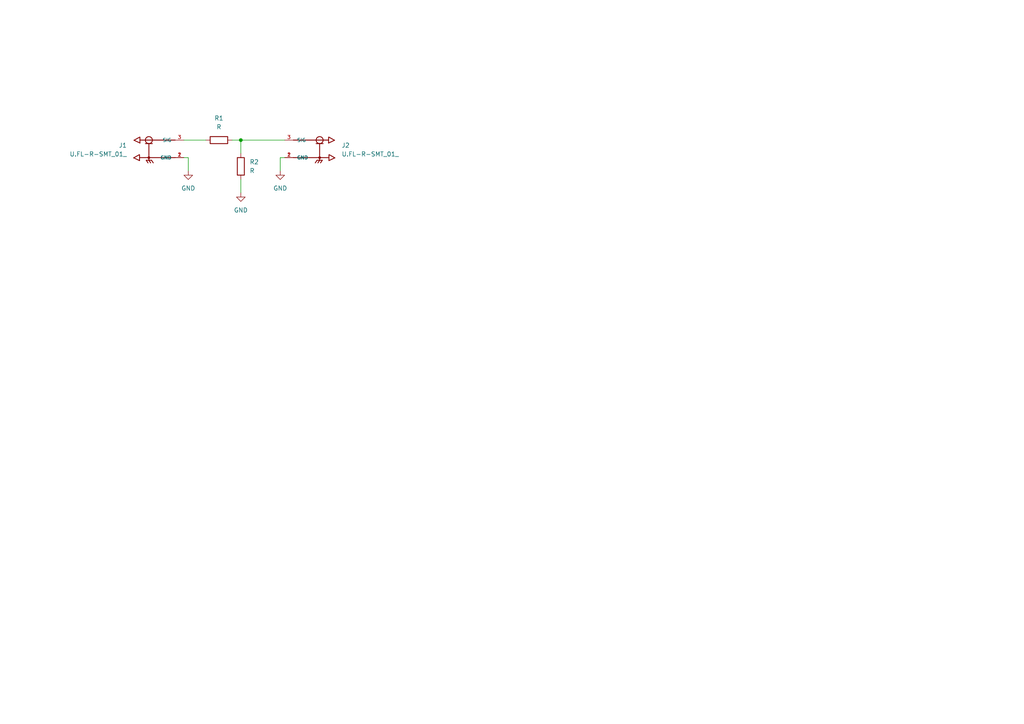
<source format=kicad_sch>
(kicad_sch (version 20230121) (generator eeschema)

  (uuid 521c5287-b48c-462f-a77f-c2c3fdc54f40)

  (paper "A4")

  (lib_symbols
    (symbol "Device:R" (pin_numbers hide) (pin_names (offset 0)) (in_bom yes) (on_board yes)
      (property "Reference" "R" (at 2.032 0 90)
        (effects (font (size 1.27 1.27)))
      )
      (property "Value" "R" (at 0 0 90)
        (effects (font (size 1.27 1.27)))
      )
      (property "Footprint" "" (at -1.778 0 90)
        (effects (font (size 1.27 1.27)) hide)
      )
      (property "Datasheet" "~" (at 0 0 0)
        (effects (font (size 1.27 1.27)) hide)
      )
      (property "ki_keywords" "R res resistor" (at 0 0 0)
        (effects (font (size 1.27 1.27)) hide)
      )
      (property "ki_description" "Resistor" (at 0 0 0)
        (effects (font (size 1.27 1.27)) hide)
      )
      (property "ki_fp_filters" "R_*" (at 0 0 0)
        (effects (font (size 1.27 1.27)) hide)
      )
      (symbol "R_0_1"
        (rectangle (start -1.016 -2.54) (end 1.016 2.54)
          (stroke (width 0.254) (type default))
          (fill (type none))
        )
      )
      (symbol "R_1_1"
        (pin passive line (at 0 3.81 270) (length 1.27)
          (name "~" (effects (font (size 1.27 1.27))))
          (number "1" (effects (font (size 1.27 1.27))))
        )
        (pin passive line (at 0 -3.81 90) (length 1.27)
          (name "~" (effects (font (size 1.27 1.27))))
          (number "2" (effects (font (size 1.27 1.27))))
        )
      )
    )
    (symbol "U.FL-R-SMT_01_:U.FL-R-SMT_01_" (pin_names (offset 1.016)) (in_bom yes) (on_board yes)
      (property "Reference" "J" (at -3.8186 4.0731 0)
        (effects (font (size 1.27 1.27)) (justify left bottom))
      )
      (property "Value" "U.FL-R-SMT_01_" (at -4.3278 -5.6007 0)
        (effects (font (size 1.27 1.27)) (justify left bottom))
      )
      (property "Footprint" "U.FL-R-SMT_01_:HRS_U.FL-R-SMT_01_" (at 0 0 0)
        (effects (font (size 1.27 1.27)) (justify bottom) hide)
      )
      (property "Datasheet" "" (at 0 0 0)
        (effects (font (size 1.27 1.27)) hide)
      )
      (property "MF" "Hirose" (at 0 0 0)
        (effects (font (size 1.27 1.27)) (justify bottom) hide)
      )
      (property "DESCRIPTION" "U.FL Series 6 Ghz 50 Ohm Ultra-small SMT Coaxial Cable Receptacle" (at 0 0 0)
        (effects (font (size 1.27 1.27)) (justify bottom) hide)
      )
      (property "PACKAGE" "None" (at 0 0 0)
        (effects (font (size 1.27 1.27)) (justify bottom) hide)
      )
      (property "PRICE" "0.84 USD" (at 0 0 0)
        (effects (font (size 1.27 1.27)) (justify bottom) hide)
      )
      (property "Package" "None" (at 0 0 0)
        (effects (font (size 1.27 1.27)) (justify bottom) hide)
      )
      (property "Check_prices" "https://www.snapeda.com/parts/U.FL-R-SMT(01)/Hirose+Electric+Co+Ltd/view-part/?ref=eda" (at 0 0 0)
        (effects (font (size 1.27 1.27)) (justify bottom) hide)
      )
      (property "Price" "None" (at 0 0 0)
        (effects (font (size 1.27 1.27)) (justify bottom) hide)
      )
      (property "SnapEDA_Link" "https://www.snapeda.com/parts/U.FL-R-SMT(01)/Hirose+Electric+Co+Ltd/view-part/?ref=snap" (at 0 0 0)
        (effects (font (size 1.27 1.27)) (justify bottom) hide)
      )
      (property "MP" "U.FL-R-SMT(01)" (at 0 0 0)
        (effects (font (size 1.27 1.27)) (justify bottom) hide)
      )
      (property "Purchase-URL" "https://www.snapeda.com/api/url_track_click_mouser/?unipart_id=49572&manufacturer=Hirose&part_name=U.FL-R-SMT(01)&search_term=u.fl" (at 0 0 0)
        (effects (font (size 1.27 1.27)) (justify bottom) hide)
      )
      (property "Availability" "In Stock" (at 0 0 0)
        (effects (font (size 1.27 1.27)) (justify bottom) hide)
      )
      (property "AVAILABILITY" "Good" (at 0 0 0)
        (effects (font (size 1.27 1.27)) (justify bottom) hide)
      )
      (property "Description" "\nU.FL (UMCC) Connector Receptacle, Male Pin 50Ohm Surface Mount Solder. RF Connectors / Coaxial Connectors\n" (at 0 0 0)
        (effects (font (size 1.27 1.27)) (justify bottom) hide)
      )
      (symbol "U.FL-R-SMT_01__0_0"
        (circle (center 0 -2.54) (radius 0.254)
          (stroke (width 0.254) (type default))
          (fill (type none))
        )
        (polyline
          (pts
            (xy -7.62 -2.54)
            (xy 0 -2.54)
          )
          (stroke (width 0.254) (type default))
          (fill (type none))
        )
        (polyline
          (pts
            (xy -7.62 2.54)
            (xy 2.54 2.54)
          )
          (stroke (width 0.254) (type default))
          (fill (type none))
        )
        (polyline
          (pts
            (xy -1.016 1.524)
            (xy 0 1.524)
          )
          (stroke (width 0.254) (type default))
          (fill (type none))
        )
        (polyline
          (pts
            (xy -0.762 -3.302)
            (xy -1.27 -4.064)
          )
          (stroke (width 0.254) (type default))
          (fill (type none))
        )
        (polyline
          (pts
            (xy 0 -3.302)
            (xy -0.762 -3.302)
          )
          (stroke (width 0.254) (type default))
          (fill (type none))
        )
        (polyline
          (pts
            (xy 0 -3.302)
            (xy -0.508 -4.064)
          )
          (stroke (width 0.254) (type default))
          (fill (type none))
        )
        (polyline
          (pts
            (xy 0 -3.302)
            (xy 0.762 -3.302)
          )
          (stroke (width 0.254) (type default))
          (fill (type none))
        )
        (polyline
          (pts
            (xy 0 -2.54)
            (xy 0 -3.302)
          )
          (stroke (width 0.254) (type default))
          (fill (type none))
        )
        (polyline
          (pts
            (xy 0 1.524)
            (xy 0 -2.54)
          )
          (stroke (width 0.254) (type default))
          (fill (type none))
        )
        (polyline
          (pts
            (xy 0 1.524)
            (xy 1.016 1.524)
          )
          (stroke (width 0.254) (type default))
          (fill (type none))
        )
        (polyline
          (pts
            (xy 0.762 -3.302)
            (xy 0.254 -4.064)
          )
          (stroke (width 0.254) (type default))
          (fill (type none))
        )
        (polyline
          (pts
            (xy 2.54 -2.54)
            (xy 0 -2.54)
          )
          (stroke (width 0.254) (type default))
          (fill (type none))
        )
        (polyline
          (pts
            (xy 2.6 1.7)
            (xy 4.3 2.5)
          )
          (stroke (width 0.254) (type default))
          (fill (type none))
        )
        (polyline
          (pts
            (xy 2.6 3.4)
            (xy 2.6 1.7)
          )
          (stroke (width 0.254) (type default))
          (fill (type none))
        )
        (polyline
          (pts
            (xy 2.7 -3.4)
            (xy 4.4 -2.6)
          )
          (stroke (width 0.254) (type default))
          (fill (type none))
        )
        (polyline
          (pts
            (xy 2.7 -1.7)
            (xy 2.7 -3.4)
          )
          (stroke (width 0.254) (type default))
          (fill (type none))
        )
        (polyline
          (pts
            (xy 4.3 2.5)
            (xy 2.7 3.4)
          )
          (stroke (width 0.254) (type default))
          (fill (type none))
        )
        (polyline
          (pts
            (xy 4.4 -2.6)
            (xy 2.8 -1.7)
          )
          (stroke (width 0.254) (type default))
          (fill (type none))
        )
        (circle (center 0 2.54) (radius 1.016)
          (stroke (width 0.254) (type default))
          (fill (type none))
        )
        (pin passive line (at -10.16 -2.54 0) (length 2.54)
          (name "GND" (effects (font (size 1.016 1.016))))
          (number "1" (effects (font (size 1.016 1.016))))
        )
        (pin passive line (at -10.16 -2.54 0) (length 2.54)
          (name "GND" (effects (font (size 1.016 1.016))))
          (number "2" (effects (font (size 1.016 1.016))))
        )
        (pin passive line (at -10.16 2.54 0) (length 2.54)
          (name "SIG" (effects (font (size 1.016 1.016))))
          (number "3" (effects (font (size 1.016 1.016))))
        )
      )
    )
    (symbol "power:GND" (power) (pin_names (offset 0)) (in_bom yes) (on_board yes)
      (property "Reference" "#PWR" (at 0 -6.35 0)
        (effects (font (size 1.27 1.27)) hide)
      )
      (property "Value" "GND" (at 0 -3.81 0)
        (effects (font (size 1.27 1.27)))
      )
      (property "Footprint" "" (at 0 0 0)
        (effects (font (size 1.27 1.27)) hide)
      )
      (property "Datasheet" "" (at 0 0 0)
        (effects (font (size 1.27 1.27)) hide)
      )
      (property "ki_keywords" "global power" (at 0 0 0)
        (effects (font (size 1.27 1.27)) hide)
      )
      (property "ki_description" "Power symbol creates a global label with name \"GND\" , ground" (at 0 0 0)
        (effects (font (size 1.27 1.27)) hide)
      )
      (symbol "GND_0_1"
        (polyline
          (pts
            (xy 0 0)
            (xy 0 -1.27)
            (xy 1.27 -1.27)
            (xy 0 -2.54)
            (xy -1.27 -1.27)
            (xy 0 -1.27)
          )
          (stroke (width 0) (type default))
          (fill (type none))
        )
      )
      (symbol "GND_1_1"
        (pin power_in line (at 0 0 270) (length 0) hide
          (name "GND" (effects (font (size 1.27 1.27))))
          (number "1" (effects (font (size 1.27 1.27))))
        )
      )
    )
  )

  (junction (at 69.85 40.64) (diameter 0) (color 0 0 0 0)
    (uuid c36f92f5-b257-4226-bde3-541186e0175e)
  )

  (wire (pts (xy 53.34 45.72) (xy 54.61 45.72))
    (stroke (width 0) (type default))
    (uuid 49747a9e-ed46-4002-9a89-7b628af1455c)
  )
  (wire (pts (xy 69.85 40.64) (xy 67.31 40.64))
    (stroke (width 0) (type default))
    (uuid 6d7f58df-be40-4921-b3f7-2116bcabd01c)
  )
  (wire (pts (xy 69.85 44.45) (xy 69.85 40.64))
    (stroke (width 0) (type default))
    (uuid 7ac8e194-c6b7-45c5-b57a-1063a7227b33)
  )
  (wire (pts (xy 69.85 52.07) (xy 69.85 55.88))
    (stroke (width 0) (type default))
    (uuid 91cc0dcf-0f59-496e-93b3-74c61087cd5b)
  )
  (wire (pts (xy 81.28 49.53) (xy 81.28 45.72))
    (stroke (width 0) (type default))
    (uuid a713ce92-7470-4d4f-adad-9686490663c4)
  )
  (wire (pts (xy 81.28 45.72) (xy 82.55 45.72))
    (stroke (width 0) (type default))
    (uuid cb0f3bf8-e216-4584-b0ff-476b332913fc)
  )
  (wire (pts (xy 53.34 40.64) (xy 59.69 40.64))
    (stroke (width 0) (type default))
    (uuid fbb2c9be-8075-451a-936d-c7fc351bc017)
  )
  (wire (pts (xy 54.61 45.72) (xy 54.61 49.53))
    (stroke (width 0) (type default))
    (uuid fcce2090-0fa1-47a4-a1d6-1a2e1f2430d3)
  )
  (wire (pts (xy 69.85 40.64) (xy 82.55 40.64))
    (stroke (width 0) (type default))
    (uuid fcce63cd-c69a-4e1a-8e18-f9d3e08ea719)
  )

  (symbol (lib_id "U.FL-R-SMT_01_:U.FL-R-SMT_01_") (at 43.18 43.18 0) (mirror y) (unit 1)
    (in_bom yes) (on_board yes) (dnp no)
    (uuid 1b5e9a68-7cae-4946-a062-2289801d51b1)
    (property "Reference" "J1" (at 36.83 42.164 0)
      (effects (font (size 1.27 1.27)) (justify left))
    )
    (property "Value" "U.FL-R-SMT_01_" (at 36.83 44.704 0)
      (effects (font (size 1.27 1.27)) (justify left))
    )
    (property "Footprint" "U.FL-R-SMT_01_:HRS_U.FL-R-SMT_01_" (at 43.18 43.18 0)
      (effects (font (size 1.27 1.27)) (justify bottom) hide)
    )
    (property "Datasheet" "" (at 43.18 43.18 0)
      (effects (font (size 1.27 1.27)) hide)
    )
    (property "MF" "Hirose" (at 43.18 43.18 0)
      (effects (font (size 1.27 1.27)) (justify bottom) hide)
    )
    (property "DESCRIPTION" "U.FL Series 6 Ghz 50 Ohm Ultra-small SMT Coaxial Cable Receptacle" (at 43.18 43.18 0)
      (effects (font (size 1.27 1.27)) (justify bottom) hide)
    )
    (property "PACKAGE" "None" (at 43.18 43.18 0)
      (effects (font (size 1.27 1.27)) (justify bottom) hide)
    )
    (property "PRICE" "0.84 USD" (at 43.18 43.18 0)
      (effects (font (size 1.27 1.27)) (justify bottom) hide)
    )
    (property "Package" "None" (at 43.18 43.18 0)
      (effects (font (size 1.27 1.27)) (justify bottom) hide)
    )
    (property "Check_prices" "https://www.snapeda.com/parts/U.FL-R-SMT(01)/Hirose+Electric+Co+Ltd/view-part/?ref=eda" (at 43.18 43.18 0)
      (effects (font (size 1.27 1.27)) (justify bottom) hide)
    )
    (property "Price" "None" (at 43.18 43.18 0)
      (effects (font (size 1.27 1.27)) (justify bottom) hide)
    )
    (property "SnapEDA_Link" "https://www.snapeda.com/parts/U.FL-R-SMT(01)/Hirose+Electric+Co+Ltd/view-part/?ref=snap" (at 43.18 43.18 0)
      (effects (font (size 1.27 1.27)) (justify bottom) hide)
    )
    (property "MP" "U.FL-R-SMT(01)" (at 43.18 43.18 0)
      (effects (font (size 1.27 1.27)) (justify bottom) hide)
    )
    (property "Purchase-URL" "https://www.snapeda.com/api/url_track_click_mouser/?unipart_id=49572&manufacturer=Hirose&part_name=U.FL-R-SMT(01)&search_term=u.fl" (at 43.18 43.18 0)
      (effects (font (size 1.27 1.27)) (justify bottom) hide)
    )
    (property "Availability" "In Stock" (at 43.18 43.18 0)
      (effects (font (size 1.27 1.27)) (justify bottom) hide)
    )
    (property "AVAILABILITY" "Good" (at 43.18 43.18 0)
      (effects (font (size 1.27 1.27)) (justify bottom) hide)
    )
    (property "Description" "\nU.FL (UMCC) Connector Receptacle, Male Pin 50Ohm Surface Mount Solder. RF Connectors / Coaxial Connectors\n" (at 43.18 43.18 0)
      (effects (font (size 1.27 1.27)) (justify bottom) hide)
    )
    (pin "2" (uuid b19faa5b-2acd-4182-b8e0-a1de58cb848a))
    (pin "3" (uuid 84948d03-9ad7-4100-b7b4-d6a10d9ece77))
    (pin "1" (uuid a36baf13-df07-4244-ae85-0590f31acdd9))
    (instances
      (project "Atenuadores L"
        (path "/521c5287-b48c-462f-a77f-c2c3fdc54f40"
          (reference "J1") (unit 1)
        )
      )
    )
  )

  (symbol (lib_id "Device:R") (at 63.5 40.64 90) (unit 1)
    (in_bom yes) (on_board yes) (dnp no) (fields_autoplaced)
    (uuid 3b55b7be-84b1-4f23-b656-e8fd752352d1)
    (property "Reference" "R1" (at 63.5 34.29 90)
      (effects (font (size 1.27 1.27)))
    )
    (property "Value" "R" (at 63.5 36.83 90)
      (effects (font (size 1.27 1.27)))
    )
    (property "Footprint" "Resistor_THT:R_Axial_DIN0614_L14.3mm_D5.7mm_P15.24mm_Horizontal" (at 63.5 42.418 90)
      (effects (font (size 1.27 1.27)) hide)
    )
    (property "Datasheet" "~" (at 63.5 40.64 0)
      (effects (font (size 1.27 1.27)) hide)
    )
    (pin "2" (uuid 55869b97-cdce-42a9-aa3d-87de8ce5eb6d))
    (pin "1" (uuid f5e41dfc-d0f7-4b2e-a396-c273c1f0ef71))
    (instances
      (project "Atenuadores L"
        (path "/521c5287-b48c-462f-a77f-c2c3fdc54f40"
          (reference "R1") (unit 1)
        )
      )
    )
  )

  (symbol (lib_id "power:GND") (at 69.85 55.88 0) (unit 1)
    (in_bom yes) (on_board yes) (dnp no) (fields_autoplaced)
    (uuid 3d4dd60a-9d85-44d3-b3b1-5bd0d548ad7f)
    (property "Reference" "#PWR01" (at 69.85 62.23 0)
      (effects (font (size 1.27 1.27)) hide)
    )
    (property "Value" "GND" (at 69.85 60.96 0)
      (effects (font (size 1.27 1.27)))
    )
    (property "Footprint" "" (at 69.85 55.88 0)
      (effects (font (size 1.27 1.27)) hide)
    )
    (property "Datasheet" "" (at 69.85 55.88 0)
      (effects (font (size 1.27 1.27)) hide)
    )
    (pin "1" (uuid 0efb8f42-0a2d-4a55-854f-dba839006e98))
    (instances
      (project "Atenuadores L"
        (path "/521c5287-b48c-462f-a77f-c2c3fdc54f40"
          (reference "#PWR01") (unit 1)
        )
      )
    )
  )

  (symbol (lib_id "U.FL-R-SMT_01_:U.FL-R-SMT_01_") (at 92.71 43.18 0) (unit 1)
    (in_bom yes) (on_board yes) (dnp no) (fields_autoplaced)
    (uuid 6a257bfe-67b6-472a-8b0d-02442e996563)
    (property "Reference" "J2" (at 99.06 42.164 0)
      (effects (font (size 1.27 1.27)) (justify left))
    )
    (property "Value" "U.FL-R-SMT_01_" (at 99.06 44.704 0)
      (effects (font (size 1.27 1.27)) (justify left))
    )
    (property "Footprint" "U.FL-R-SMT_01_:HRS_U.FL-R-SMT_01_" (at 92.71 43.18 0)
      (effects (font (size 1.27 1.27)) (justify bottom) hide)
    )
    (property "Datasheet" "" (at 92.71 43.18 0)
      (effects (font (size 1.27 1.27)) hide)
    )
    (property "MF" "Hirose" (at 92.71 43.18 0)
      (effects (font (size 1.27 1.27)) (justify bottom) hide)
    )
    (property "DESCRIPTION" "U.FL Series 6 Ghz 50 Ohm Ultra-small SMT Coaxial Cable Receptacle" (at 92.71 43.18 0)
      (effects (font (size 1.27 1.27)) (justify bottom) hide)
    )
    (property "PACKAGE" "None" (at 92.71 43.18 0)
      (effects (font (size 1.27 1.27)) (justify bottom) hide)
    )
    (property "PRICE" "0.84 USD" (at 92.71 43.18 0)
      (effects (font (size 1.27 1.27)) (justify bottom) hide)
    )
    (property "Package" "None" (at 92.71 43.18 0)
      (effects (font (size 1.27 1.27)) (justify bottom) hide)
    )
    (property "Check_prices" "https://www.snapeda.com/parts/U.FL-R-SMT(01)/Hirose+Electric+Co+Ltd/view-part/?ref=eda" (at 92.71 43.18 0)
      (effects (font (size 1.27 1.27)) (justify bottom) hide)
    )
    (property "Price" "None" (at 92.71 43.18 0)
      (effects (font (size 1.27 1.27)) (justify bottom) hide)
    )
    (property "SnapEDA_Link" "https://www.snapeda.com/parts/U.FL-R-SMT(01)/Hirose+Electric+Co+Ltd/view-part/?ref=snap" (at 92.71 43.18 0)
      (effects (font (size 1.27 1.27)) (justify bottom) hide)
    )
    (property "MP" "U.FL-R-SMT(01)" (at 92.71 43.18 0)
      (effects (font (size 1.27 1.27)) (justify bottom) hide)
    )
    (property "Purchase-URL" "https://www.snapeda.com/api/url_track_click_mouser/?unipart_id=49572&manufacturer=Hirose&part_name=U.FL-R-SMT(01)&search_term=u.fl" (at 92.71 43.18 0)
      (effects (font (size 1.27 1.27)) (justify bottom) hide)
    )
    (property "Availability" "In Stock" (at 92.71 43.18 0)
      (effects (font (size 1.27 1.27)) (justify bottom) hide)
    )
    (property "AVAILABILITY" "Good" (at 92.71 43.18 0)
      (effects (font (size 1.27 1.27)) (justify bottom) hide)
    )
    (property "Description" "\nU.FL (UMCC) Connector Receptacle, Male Pin 50Ohm Surface Mount Solder. RF Connectors / Coaxial Connectors\n" (at 92.71 43.18 0)
      (effects (font (size 1.27 1.27)) (justify bottom) hide)
    )
    (pin "2" (uuid 550c2104-1c66-4d97-96ec-3cc1de926bbf))
    (pin "3" (uuid 083131f1-9248-4679-b1aa-e8b0df701e31))
    (pin "1" (uuid de004efc-78ee-4678-80d5-4830c8b5771f))
    (instances
      (project "Atenuadores L"
        (path "/521c5287-b48c-462f-a77f-c2c3fdc54f40"
          (reference "J2") (unit 1)
        )
      )
    )
  )

  (symbol (lib_id "Device:R") (at 69.85 48.26 0) (unit 1)
    (in_bom yes) (on_board yes) (dnp no) (fields_autoplaced)
    (uuid cefe21b6-cb26-4fe0-b25b-13d779efaad5)
    (property "Reference" "R2" (at 72.39 46.99 0)
      (effects (font (size 1.27 1.27)) (justify left))
    )
    (property "Value" "R" (at 72.39 49.53 0)
      (effects (font (size 1.27 1.27)) (justify left))
    )
    (property "Footprint" "Resistor_THT:R_Axial_DIN0614_L14.3mm_D5.7mm_P15.24mm_Horizontal" (at 68.072 48.26 90)
      (effects (font (size 1.27 1.27)) hide)
    )
    (property "Datasheet" "~" (at 69.85 48.26 0)
      (effects (font (size 1.27 1.27)) hide)
    )
    (pin "2" (uuid 1755b9d7-cb6b-4788-84cb-4984003e2dc1))
    (pin "1" (uuid fb1cfccf-febf-4048-9ed4-f1ca54166c39))
    (instances
      (project "Atenuadores L"
        (path "/521c5287-b48c-462f-a77f-c2c3fdc54f40"
          (reference "R2") (unit 1)
        )
      )
    )
  )

  (symbol (lib_id "power:GND") (at 81.28 49.53 0) (unit 1)
    (in_bom yes) (on_board yes) (dnp no) (fields_autoplaced)
    (uuid e41dff81-c047-42b9-a2e4-df66a77d1cfc)
    (property "Reference" "#PWR03" (at 81.28 55.88 0)
      (effects (font (size 1.27 1.27)) hide)
    )
    (property "Value" "GND" (at 81.28 54.61 0)
      (effects (font (size 1.27 1.27)))
    )
    (property "Footprint" "" (at 81.28 49.53 0)
      (effects (font (size 1.27 1.27)) hide)
    )
    (property "Datasheet" "" (at 81.28 49.53 0)
      (effects (font (size 1.27 1.27)) hide)
    )
    (pin "1" (uuid c3f8fbdf-319e-466d-8bd2-027ec61dbf1f))
    (instances
      (project "Atenuadores L"
        (path "/521c5287-b48c-462f-a77f-c2c3fdc54f40"
          (reference "#PWR03") (unit 1)
        )
      )
    )
  )

  (symbol (lib_id "power:GND") (at 54.61 49.53 0) (unit 1)
    (in_bom yes) (on_board yes) (dnp no) (fields_autoplaced)
    (uuid ff2205ad-fe05-46fe-b505-e930c3c836c1)
    (property "Reference" "#PWR02" (at 54.61 55.88 0)
      (effects (font (size 1.27 1.27)) hide)
    )
    (property "Value" "GND" (at 54.61 54.61 0)
      (effects (font (size 1.27 1.27)))
    )
    (property "Footprint" "" (at 54.61 49.53 0)
      (effects (font (size 1.27 1.27)) hide)
    )
    (property "Datasheet" "" (at 54.61 49.53 0)
      (effects (font (size 1.27 1.27)) hide)
    )
    (pin "1" (uuid 06cd71ce-531b-4321-8a22-11bbc5fccf6e))
    (instances
      (project "Atenuadores L"
        (path "/521c5287-b48c-462f-a77f-c2c3fdc54f40"
          (reference "#PWR02") (unit 1)
        )
      )
    )
  )

  (sheet_instances
    (path "/" (page "1"))
  )
)

</source>
